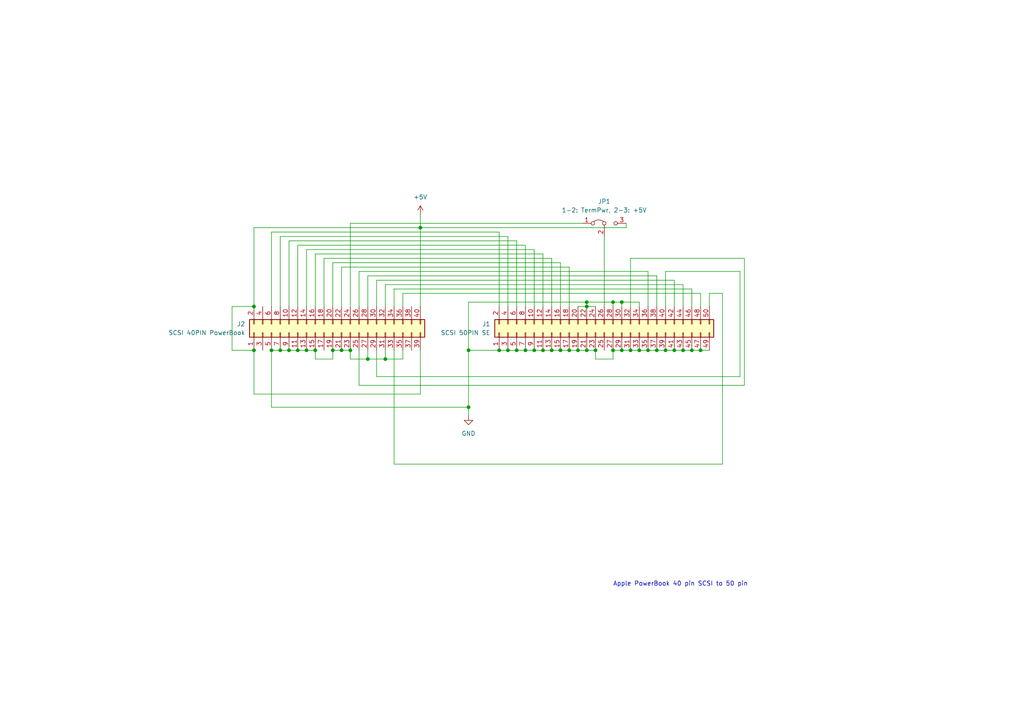
<source format=kicad_sch>
(kicad_sch (version 20230121) (generator eeschema)
  (paper "A4")
  (lib_symbols
    (symbol "Connector_Generic:Conn_02x20_Odd_Even" (pin_names (offset 1.016) hide)
      (property "Reference" "J" (at 1.27 25.4 0))
      (property "Value" "Conn_02x20_Odd_Even" (at 1.27 -27.94 0))
      (symbol "Conn_02x20_Odd_Even_1_1"
        (rectangle (start -1.27 -25.273) (end 0 -25.527) (stroke (width 0.1524)))
        (rectangle (start -1.27 -22.733) (end 0 -22.987) (stroke (width 0.1524)))
        (rectangle (start -1.27 -20.193) (end 0 -20.447) (stroke (width 0.1524)))
        (rectangle (start -1.27 -17.653) (end 0 -17.907) (stroke (width 0.1524)))
        (rectangle (start -1.27 -15.113) (end 0 -15.367) (stroke (width 0.1524)))
        (rectangle (start -1.27 -12.573) (end 0 -12.827) (stroke (width 0.1524)))
        (rectangle (start -1.27 -10.033) (end 0 -10.287) (stroke (width 0.1524)))
        (rectangle (start -1.27 -7.493) (end 0 -7.747) (stroke (width 0.1524)))
        (rectangle (start -1.27 -4.953) (end 0 -5.207) (stroke (width 0.1524)))
        (rectangle (start -1.27 -2.413) (end 0 -2.667) (stroke (width 0.1524)))
        (rectangle (start -1.27 0.127) (end 0 -0.127) (stroke (width 0.1524)))
        (rectangle (start -1.27 2.667) (end 0 2.413) (stroke (width 0.1524)))
        (rectangle (start -1.27 5.207) (end 0 4.953) (stroke (width 0.1524)))
        (rectangle (start -1.27 7.747) (end 0 7.493) (stroke (width 0.1524)))
        (rectangle (start -1.27 10.287) (end 0 10.033) (stroke (width 0.1524)))
        (rectangle (start -1.27 12.827) (end 0 12.573) (stroke (width 0.1524)))
        (rectangle (start -1.27 15.367) (end 0 15.113) (stroke (width 0.1524)))
        (rectangle (start -1.27 17.907) (end 0 17.653) (stroke (width 0.1524)))
        (rectangle (start -1.27 20.447) (end 0 20.193) (stroke (width 0.1524)))
        (rectangle (start -1.27 22.987) (end 0 22.733) (stroke (width 0.1524)))
        (rectangle (start -1.27 24.13) (end 3.81 -26.67) (stroke (width 0.254)) (fill (type background)))
        (rectangle (start 3.81 -25.273) (end 2.54 -25.527) (stroke (width 0.1524)))
        (rectangle (start 3.81 -22.733) (end 2.54 -22.987) (stroke (width 0.1524)))
        (rectangle (start 3.81 -20.193) (end 2.54 -20.447) (stroke (width 0.1524)))
        (rectangle (start 3.81 -17.653) (end 2.54 -17.907) (stroke (width 0.1524)))
        (rectangle (start 3.81 -15.113) (end 2.54 -15.367) (stroke (width 0.1524)))
        (rectangle (start 3.81 -12.573) (end 2.54 -12.827) (stroke (width 0.1524)))
        (rectangle (start 3.81 -10.033) (end 2.54 -10.287) (stroke (width 0.1524)))
        (rectangle (start 3.81 -7.493) (end 2.54 -7.747) (stroke (width 0.1524)))
        (rectangle (start 3.81 -4.953) (end 2.54 -5.207) (stroke (width 0.1524)))
        (rectangle (start 3.81 -2.413) (end 2.54 -2.667) (stroke (width 0.1524)))
        (rectangle (start 3.81 0.127) (end 2.54 -0.127) (stroke (width 0.1524)))
        (rectangle (start 3.81 2.667) (end 2.54 2.413) (stroke (width 0.1524)))
        (rectangle (start 3.81 5.207) (end 2.54 4.953) (stroke (width 0.1524)))
        (rectangle (start 3.81 7.747) (end 2.54 7.493) (stroke (width 0.1524)))
        (rectangle (start 3.81 10.287) (end 2.54 10.033) (stroke (width 0.1524)))
        (rectangle (start 3.81 12.827) (end 2.54 12.573) (stroke (width 0.1524)))
        (rectangle (start 3.81 15.367) (end 2.54 15.113) (stroke (width 0.1524)))
        (rectangle (start 3.81 17.907) (end 2.54 17.653) (stroke (width 0.1524)))
        (rectangle (start 3.81 20.447) (end 2.54 20.193) (stroke (width 0.1524)))
        (rectangle (start 3.81 22.987) (end 2.54 22.733) (stroke (width 0.1524)))
        (pin passive line (at -5.08 22.86 0) (length 3.81) (name "Pin_1") (number "1"))
        (pin passive line (at 7.62 12.7 180) (length 3.81) (name "Pin_10") (number "10"))
        (pin passive line (at -5.08 10.16 0) (length 3.81) (name "Pin_11") (number "11"))
        (pin passive line (at 7.62 10.16 180) (length 3.81) (name "Pin_12") (number "12"))
        (pin passive line (at -5.08 7.62 0) (length 3.81) (name "Pin_13") (number "13"))
        (pin passive line (at 7.62 7.62 180) (length 3.81) (name "Pin_14") (number "14"))
        (pin passive line (at -5.08 5.08 0) (length 3.81) (name "Pin_15") (number "15"))
        (pin passive line (at 7.62 5.08 180) (length 3.81) (name "Pin_16") (number "16"))
        (pin passive line (at -5.08 2.54 0) (length 3.81) (name "Pin_17") (number "17"))
        (pin passive line (at 7.62 2.54 180) (length 3.81) (name "Pin_18") (number "18"))
        (pin passive line (at -5.08 0 0) (length 3.81) (name "Pin_19") (number "19"))
        (pin passive line (at 7.62 22.86 180) (length 3.81) (name "Pin_2") (number "2"))
        (pin passive line (at 7.62 0 180) (length 3.81) (name "Pin_20") (number "20"))
        (pin passive line (at -5.08 -2.54 0) (length 3.81) (name "Pin_21") (number "21"))
        (pin passive line (at 7.62 -2.54 180) (length 3.81) (name "Pin_22") (number "22"))
        (pin passive line (at -5.08 -5.08 0) (length 3.81) (name "Pin_23") (number "23"))
        (pin passive line (at 7.62 -5.08 180) (length 3.81) (name "Pin_24") (number "24"))
        (pin passive line (at -5.08 -7.62 0) (length 3.81) (name "Pin_25") (number "25"))
        (pin passive line (at 7.62 -7.62 180) (length 3.81) (name "Pin_26") (number "26"))
        (pin passive line (at -5.08 -10.16 0) (length 3.81) (name "Pin_27") (number "27"))
        (pin passive line (at 7.62 -10.16 180) (length 3.81) (name "Pin_28") (number "28"))
        (pin passive line (at -5.08 -12.7 0) (length 3.81) (name "Pin_29") (number "29"))
        (pin passive line (at -5.08 20.32 0) (length 3.81) (name "Pin_3") (number "3"))
        (pin passive line (at 7.62 -12.7 180) (length 3.81) (name "Pin_30") (number "30"))
        (pin passive line (at -5.08 -15.24 0) (length 3.81) (name "Pin_31") (number "31"))
        (pin passive line (at 7.62 -15.24 180) (length 3.81) (name "Pin_32") (number "32"))
        (pin passive line (at -5.08 -17.78 0) (length 3.81) (name "Pin_33") (number "33"))
        (pin passive line (at 7.62 -17.78 180) (length 3.81) (name "Pin_34") (number "34"))
        (pin passive line (at -5.08 -20.32 0) (length 3.81) (name "Pin_35") (number "35"))
        (pin passive line (at 7.62 -20.32 180) (length 3.81) (name "Pin_36") (number "36"))
        (pin passive line (at -5.08 -22.86 0) (length 3.81) (name "Pin_37") (number "37"))
        (pin passive line (at 7.62 -22.86 180) (length 3.81) (name "Pin_38") (number "38"))
        (pin passive line (at -5.08 -25.4 0) (length 3.81) (name "Pin_39") (number "39"))
        (pin passive line (at 7.62 20.32 180) (length 3.81) (name "Pin_4") (number "4"))
        (pin passive line (at 7.62 -25.4 180) (length 3.81) (name "Pin_40") (number "40"))
        (pin passive line (at -5.08 17.78 0) (length 3.81) (name "Pin_5") (number "5"))
        (pin passive line (at 7.62 17.78 180) (length 3.81) (name "Pin_6") (number "6"))
        (pin passive line (at -5.08 15.24 0) (length 3.81) (name "Pin_7") (number "7"))
        (pin passive line (at 7.62 15.24 180) (length 3.81) (name "Pin_8") (number "8"))
        (pin passive line (at -5.08 12.7 0) (length 3.81) (name "Pin_9") (number "9"))
      )
    )
    (symbol "Connector_Generic:Conn_02x25_Odd_Even" (pin_names (offset 1.016) hide)
      (property "Reference" "J" (at 1.27 33.02 0))
      (property "Value" "Conn_02x25_Odd_Even" (at 1.27 -33.02 0))
      (symbol "Conn_02x25_Odd_Even_1_1"
        (rectangle (start -1.27 -30.353) (end 0 -30.607) (stroke (width 0.1524)))
        (rectangle (start -1.27 -27.813) (end 0 -28.067) (stroke (width 0.1524)))
        (rectangle (start -1.27 -25.273) (end 0 -25.527) (stroke (width 0.1524)))
        (rectangle (start -1.27 -22.733) (end 0 -22.987) (stroke (width 0.1524)))
        (rectangle (start -1.27 -20.193) (end 0 -20.447) (stroke (width 0.1524)))
        (rectangle (start -1.27 -17.653) (end 0 -17.907) (stroke (width 0.1524)))
        (rectangle (start -1.27 -15.113) (end 0 -15.367) (stroke (width 0.1524)))
        (rectangle (start -1.27 -12.573) (end 0 -12.827) (stroke (width 0.1524)))
        (rectangle (start -1.27 -10.033) (end 0 -10.287) (stroke (width 0.1524)))
        (rectangle (start -1.27 -7.493) (end 0 -7.747) (stroke (width 0.1524)))
        (rectangle (start -1.27 -4.953) (end 0 -5.207) (stroke (width 0.1524)))
        (rectangle (start -1.27 -2.413) (end 0 -2.667) (stroke (width 0.1524)))
        (rectangle (start -1.27 0.127) (end 0 -0.127) (stroke (width 0.1524)))
        (rectangle (start -1.27 2.667) (end 0 2.413) (stroke (width 0.1524)))
        (rectangle (start -1.27 5.207) (end 0 4.953) (stroke (width 0.1524)))
        (rectangle (start -1.27 7.747) (end 0 7.493) (stroke (width 0.1524)))
        (rectangle (start -1.27 10.287) (end 0 10.033) (stroke (width 0.1524)))
        (rectangle (start -1.27 12.827) (end 0 12.573) (stroke (width 0.1524)))
        (rectangle (start -1.27 15.367) (end 0 15.113) (stroke (width 0.1524)))
        (rectangle (start -1.27 17.907) (end 0 17.653) (stroke (width 0.1524)))
        (rectangle (start -1.27 20.447) (end 0 20.193) (stroke (width 0.1524)))
        (rectangle (start -1.27 22.987) (end 0 22.733) (stroke (width 0.1524)))
        (rectangle (start -1.27 25.527) (end 0 25.273) (stroke (width 0.1524)))
        (rectangle (start -1.27 28.067) (end 0 27.813) (stroke (width 0.1524)))
        (rectangle (start -1.27 30.607) (end 0 30.353) (stroke (width 0.1524)))
        (rectangle (start -1.27 31.75) (end 3.81 -31.75) (stroke (width 0.254)) (fill (type background)))
        (rectangle (start 3.81 -30.353) (end 2.54 -30.607) (stroke (width 0.1524)))
        (rectangle (start 3.81 -27.813) (end 2.54 -28.067) (stroke (width 0.1524)))
        (rectangle (start 3.81 -25.273) (end 2.54 -25.527) (stroke (width 0.1524)))
        (rectangle (start 3.81 -22.733) (end 2.54 -22.987) (stroke (width 0.1524)))
        (rectangle (start 3.81 -20.193) (end 2.54 -20.447) (stroke (width 0.1524)))
        (rectangle (start 3.81 -17.653) (end 2.54 -17.907) (stroke (width 0.1524)))
        (rectangle (start 3.81 -15.113) (end 2.54 -15.367) (stroke (width 0.1524)))
        (rectangle (start 3.81 -12.573) (end 2.54 -12.827) (stroke (width 0.1524)))
        (rectangle (start 3.81 -10.033) (end 2.54 -10.287) (stroke (width 0.1524)))
        (rectangle (start 3.81 -7.493) (end 2.54 -7.747) (stroke (width 0.1524)))
        (rectangle (start 3.81 -4.953) (end 2.54 -5.207) (stroke (width 0.1524)))
        (rectangle (start 3.81 -2.413) (end 2.54 -2.667) (stroke (width 0.1524)))
        (rectangle (start 3.81 0.127) (end 2.54 -0.127) (stroke (width 0.1524)))
        (rectangle (start 3.81 2.667) (end 2.54 2.413) (stroke (width 0.1524)))
        (rectangle (start 3.81 5.207) (end 2.54 4.953) (stroke (width 0.1524)))
        (rectangle (start 3.81 7.747) (end 2.54 7.493) (stroke (width 0.1524)))
        (rectangle (start 3.81 10.287) (end 2.54 10.033) (stroke (width 0.1524)))
        (rectangle (start 3.81 12.827) (end 2.54 12.573) (stroke (width 0.1524)))
        (rectangle (start 3.81 15.367) (end 2.54 15.113) (stroke (width 0.1524)))
        (rectangle (start 3.81 17.907) (end 2.54 17.653) (stroke (width 0.1524)))
        (rectangle (start 3.81 20.447) (end 2.54 20.193) (stroke (width 0.1524)))
        (rectangle (start 3.81 22.987) (end 2.54 22.733) (stroke (width 0.1524)))
        (rectangle (start 3.81 25.527) (end 2.54 25.273) (stroke (width 0.1524)))
        (rectangle (start 3.81 28.067) (end 2.54 27.813) (stroke (width 0.1524)))
        (rectangle (start 3.81 30.607) (end 2.54 30.353) (stroke (width 0.1524)))
        (pin passive line (at -5.08 30.48 0) (length 3.81) (name "Pin_1") (number "1"))
        (pin passive line (at 7.62 20.32 180) (length 3.81) (name "Pin_10") (number "10"))
        (pin passive line (at -5.08 17.78 0) (length 3.81) (name "Pin_11") (number "11"))
        (pin passive line (at 7.62 17.78 180) (length 3.81) (name "Pin_12") (number "12"))
        (pin passive line (at -5.08 15.24 0) (length 3.81) (name "Pin_13") (number "13"))
        (pin passive line (at 7.62 15.24 180) (length 3.81) (name "Pin_14") (number "14"))
        (pin passive line (at -5.08 12.7 0) (length 3.81) (name "Pin_15") (number "15"))
        (pin passive line (at 7.62 12.7 180) (length 3.81) (name "Pin_16") (number "16"))
        (pin passive line (at -5.08 10.16 0) (length 3.81) (name "Pin_17") (number "17"))
        (pin passive line (at 7.62 10.16 180) (length 3.81) (name "Pin_18") (number "18"))
        (pin passive line (at -5.08 7.62 0) (length 3.81) (name "Pin_19") (number "19"))
        (pin passive line (at 7.62 30.48 180) (length 3.81) (name "Pin_2") (number "2"))
        (pin passive line (at 7.62 7.62 180) (length 3.81) (name "Pin_20") (number "20"))
        (pin passive line (at -5.08 5.08 0) (length 3.81) (name "Pin_21") (number "21"))
        (pin passive line (at 7.62 5.08 180) (length 3.81) (name "Pin_22") (number "22"))
        (pin passive line (at -5.08 2.54 0) (length 3.81) (name "Pin_23") (number "23"))
        (pin passive line (at 7.62 2.54 180) (length 3.81) (name "Pin_24") (number "24"))
        (pin passive line (at -5.08 0 0) (length 3.81) (name "Pin_25") (number "25"))
        (pin passive line (at 7.62 0 180) (length 3.81) (name "Pin_26") (number "26"))
        (pin passive line (at -5.08 -2.54 0) (length 3.81) (name "Pin_27") (number "27"))
        (pin passive line (at 7.62 -2.54 180) (length 3.81) (name "Pin_28") (number "28"))
        (pin passive line (at -5.08 -5.08 0) (length 3.81) (name "Pin_29") (number "29"))
        (pin passive line (at -5.08 27.94 0) (length 3.81) (name "Pin_3") (number "3"))
        (pin passive line (at 7.62 -5.08 180) (length 3.81) (name "Pin_30") (number "30"))
        (pin passive line (at -5.08 -7.62 0) (length 3.81) (name "Pin_31") (number "31"))
        (pin passive line (at 7.62 -7.62 180) (length 3.81) (name "Pin_32") (number "32"))
        (pin passive line (at -5.08 -10.16 0) (length 3.81) (name "Pin_33") (number "33"))
        (pin passive line (at 7.62 -10.16 180) (length 3.81) (name "Pin_34") (number "34"))
        (pin passive line (at -5.08 -12.7 0) (length 3.81) (name "Pin_35") (number "35"))
        (pin passive line (at 7.62 -12.7 180) (length 3.81) (name "Pin_36") (number "36"))
        (pin passive line (at -5.08 -15.24 0) (length 3.81) (name "Pin_37") (number "37"))
        (pin passive line (at 7.62 -15.24 180) (length 3.81) (name "Pin_38") (number "38"))
        (pin passive line (at -5.08 -17.78 0) (length 3.81) (name "Pin_39") (number "39"))
        (pin passive line (at 7.62 27.94 180) (length 3.81) (name "Pin_4") (number "4"))
        (pin passive line (at 7.62 -17.78 180) (length 3.81) (name "Pin_40") (number "40"))
        (pin passive line (at -5.08 -20.32 0) (length 3.81) (name "Pin_41") (number "41"))
        (pin passive line (at 7.62 -20.32 180) (length 3.81) (name "Pin_42") (number "42"))
        (pin passive line (at -5.08 -22.86 0) (length 3.81) (name "Pin_43") (number "43"))
        (pin passive line (at 7.62 -22.86 180) (length 3.81) (name "Pin_44") (number "44"))
        (pin passive line (at -5.08 -25.4 0) (length 3.81) (name "Pin_45") (number "45"))
        (pin passive line (at 7.62 -25.4 180) (length 3.81) (name "Pin_46") (number "46"))
        (pin passive line (at -5.08 -27.94 0) (length 3.81) (name "Pin_47") (number "47"))
        (pin passive line (at 7.62 -27.94 180) (length 3.81) (name "Pin_48") (number "48"))
        (pin passive line (at -5.08 -30.48 0) (length 3.81) (name "Pin_49") (number "49"))
        (pin passive line (at -5.08 25.4 0) (length 3.81) (name "Pin_5") (number "5"))
        (pin passive line (at 7.62 -30.48 180) (length 3.81) (name "Pin_50") (number "50"))
        (pin passive line (at 7.62 25.4 180) (length 3.81) (name "Pin_6") (number "6"))
        (pin passive line (at -5.08 22.86 0) (length 3.81) (name "Pin_7") (number "7"))
        (pin passive line (at 7.62 22.86 180) (length 3.81) (name "Pin_8") (number "8"))
        (pin passive line (at -5.08 20.32 0) (length 3.81) (name "Pin_9") (number "9"))
      )
    )
    (symbol "Jumper:Jumper_3_Bridged12" (pin_names (offset 0) hide)
      (property "Reference" "JP" (at -2.54 -2.54 0))
      (property "Value" "Jumper_3_Bridged12" (at 0 2.794 0))
      (symbol "Jumper_3_Bridged12_0_0"
        (circle (center -3.302 0) (radius 0.508))
        (circle (center 0 0) (radius 0.508))
        (circle (center 3.302 0) (radius 0.508))
      )
      (symbol "Jumper_3_Bridged12_0_1"
        (arc (start -0.254 0.508) (mid -1.651 0.9912) (end -3.048 0.508))
        (polyline (pts (xy 0 -1.27) (xy 0 -0.508)))
      )
      (symbol "Jumper_3_Bridged12_1_1"
        (pin passive line (at -6.35 0 0) (length 2.54) (name "A") (number "1"))
        (pin passive line (at 0 -3.81 90) (length 2.54) (name "C") (number "2"))
        (pin passive line (at 6.35 0 180) (length 2.54) (name "B") (number "3"))
      )
    )
    (symbol "power:+5V" (power) (pin_names (offset 0))
      (property "Value" "+5V" (at 0 3.556 0))
      (symbol "+5V_0_1"
        (polyline (pts (xy -0.762 1.27) (xy 0 2.54)))
        (polyline (pts (xy 0 0) (xy 0 2.54)))
        (polyline (pts (xy 0 2.54) (xy 0.762 1.27)))
      )
      (symbol "+5V_1_1"
        (pin power_in line (at 0 0 90) (length 0) hide (name "+5V") (number "1"))
      )
    )
    (symbol "power:GND" (power) (pin_names (offset 0))
      (property "Value" "GND" (at 0 -3.81 0))
      (symbol "GND_0_1"
        (polyline (pts (xy 0 0) (xy 0 -1.27) (xy 1.27 -1.27) (xy 0 -2.54) (xy -1.27 -1.27) (xy 0 -1.27)))
      )
      (symbol "GND_1_1"
        (pin power_in line (at 0 0 270) (length 0) hide (name "GND") (number "1"))
      )
    )
  )
  (junction (at 154.94 101.6))
  (junction (at 73.66 101.6))
  (junction (at 170.18 101.6))
  (junction (at 190.5 101.6))
  (junction (at 182.88 101.6))
  (junction (at 160.02 101.6))
  (junction (at 111.76 104.14))
  (junction (at 152.4 101.6))
  (junction (at 86.36 101.6))
  (junction (at 157.48 101.6))
  (junction (at 144.78 101.6))
  (junction (at 106.68 104.14))
  (junction (at 73.66 88.9))
  (junction (at 200.66 101.6))
  (junction (at 177.8 87.63))
  (junction (at 147.32 101.6))
  (junction (at 96.52 101.6))
  (junction (at 187.96 101.6))
  (junction (at 180.34 101.6))
  (junction (at 180.34 87.63))
  (junction (at 135.89 101.6))
  (junction (at 167.64 101.6))
  (junction (at 135.89 118.11))
  (junction (at 99.06 101.6))
  (junction (at 121.92 66.04))
  (junction (at 198.12 101.6))
  (junction (at 83.82 101.6))
  (junction (at 91.44 101.6))
  (junction (at 162.56 101.6))
  (junction (at 195.58 101.6))
  (junction (at 177.8 101.6))
  (junction (at 165.1 101.6))
  (junction (at 101.6 101.6))
  (junction (at 170.18 88.9))
  (junction (at 81.28 101.6))
  (junction (at 78.74 101.6))
  (junction (at 193.04 101.6))
  (junction (at 172.72 101.6))
  (junction (at 149.86 101.6))
  (junction (at 185.42 101.6))
  (junction (at 203.2 101.6))
  (junction (at 170.18 87.63))
  (junction (at 88.9 101.6))
  (wire (pts (xy 167.64 88.9) (xy 170.18 88.9)))
  (wire (pts (xy 116.84 85.09) (xy 203.2 85.09)))
  (wire (pts (xy 190.5 101.6) (xy 187.96 101.6)))
  (wire (pts (xy 78.74 88.9) (xy 78.74 67.31)))
  (wire (pts (xy 147.32 68.58) (xy 147.32 88.9)))
  (wire (pts (xy 93.98 74.93) (xy 160.02 74.93)))
  (wire (pts (xy 135.89 118.11) (xy 135.89 120.65)))
  (wire (pts (xy 67.31 88.9) (xy 73.66 88.9)))
  (wire (pts (xy 101.6 101.6) (xy 101.6 104.14)))
  (wire (pts (xy 86.36 88.9) (xy 86.36 71.12)))
  (wire (pts (xy 114.3 83.82) (xy 200.66 83.82)))
  (wire (pts (xy 198.12 101.6) (xy 195.58 101.6)))
  (wire (pts (xy 147.32 101.6) (xy 144.78 101.6)))
  (wire (pts (xy 91.44 88.9) (xy 91.44 73.66)))
  (wire (pts (xy 88.9 101.6) (xy 91.44 101.6)))
  (wire (pts (xy 96.52 88.9) (xy 96.52 76.2)))
  (wire (pts (xy 165.1 101.6) (xy 162.56 101.6)))
  (wire (pts (xy 149.86 69.85) (xy 149.86 88.9)))
  (wire (pts (xy 180.34 87.63) (xy 180.34 88.9)))
  (wire (pts (xy 149.86 101.6) (xy 147.32 101.6)))
  (wire (pts (xy 116.84 101.6) (xy 116.84 104.14)))
  (wire (pts (xy 135.89 118.11) (xy 78.74 118.11)))
  (wire (pts (xy 114.3 88.9) (xy 114.3 83.82)))
  (wire (pts (xy 88.9 88.9) (xy 88.9 72.39)))
  (wire (pts (xy 135.89 101.6) (xy 135.89 118.11)))
  (wire (pts (xy 109.22 109.22) (xy 109.22 101.6)))
  (wire (pts (xy 181.61 64.77) (xy 181.61 66.04)))
  (wire (pts (xy 93.98 88.9) (xy 93.98 74.93)))
  (wire (pts (xy 167.64 101.6) (xy 165.1 101.6)))
  (wire (pts (xy 177.8 87.63) (xy 177.8 88.9)))
  (wire (pts (xy 99.06 88.9) (xy 99.06 77.47)))
  (wire (pts (xy 96.52 76.2) (xy 162.56 76.2)))
  (wire (pts (xy 214.63 78.74) (xy 214.63 109.22)))
  (wire (pts (xy 170.18 87.63) (xy 170.18 88.9)))
  (wire (pts (xy 78.74 118.11) (xy 78.74 101.6)))
  (wire (pts (xy 109.22 88.9) (xy 109.22 81.28)))
  (wire (pts (xy 177.8 104.14) (xy 172.72 104.14)))
  (wire (pts (xy 81.28 88.9) (xy 81.28 68.58)))
  (wire (pts (xy 203.2 101.6) (xy 200.66 101.6)))
  (wire (pts (xy 91.44 73.66) (xy 157.48 73.66)))
  (wire (pts (xy 209.55 85.09) (xy 205.74 85.09)))
  (wire (pts (xy 215.9 111.76) (xy 215.9 74.93)))
  (wire (pts (xy 78.74 101.6) (xy 81.28 101.6)))
  (wire (pts (xy 193.04 101.6) (xy 190.5 101.6)))
  (wire (pts (xy 177.8 101.6) (xy 177.8 104.14)))
  (wire (pts (xy 135.89 101.6) (xy 135.89 87.63)))
  (wire (pts (xy 101.6 88.9) (xy 101.6 64.77)))
  (wire (pts (xy 81.28 68.58) (xy 147.32 68.58)))
  (wire (pts (xy 91.44 104.14) (xy 96.52 104.14)))
  (wire (pts (xy 91.44 101.6) (xy 91.44 104.14)))
  (wire (pts (xy 198.12 82.55) (xy 198.12 88.9)))
  (wire (pts (xy 96.52 101.6) (xy 99.06 101.6)))
  (wire (pts (xy 205.74 101.6) (xy 203.2 101.6)))
  (wire (pts (xy 182.88 101.6) (xy 180.34 101.6)))
  (wire (pts (xy 99.06 77.47) (xy 165.1 77.47)))
  (wire (pts (xy 193.04 88.9) (xy 193.04 78.74)))
  (wire (pts (xy 152.4 71.12) (xy 152.4 88.9)))
  (wire (pts (xy 73.66 101.6) (xy 67.31 101.6)))
  (wire (pts (xy 157.48 101.6) (xy 154.94 101.6)))
  (wire (pts (xy 101.6 64.77) (xy 168.91 64.77)))
  (wire (pts (xy 73.66 101.6) (xy 73.66 114.3)))
  (wire (pts (xy 205.74 85.09) (xy 205.74 88.9)))
  (wire (pts (xy 144.78 67.31) (xy 144.78 88.9)))
  (wire (pts (xy 172.72 101.6) (xy 170.18 101.6)))
  (wire (pts (xy 165.1 77.47) (xy 165.1 88.9)))
  (wire (pts (xy 152.4 101.6) (xy 149.86 101.6)))
  (wire (pts (xy 111.76 104.14) (xy 116.84 104.14)))
  (wire (pts (xy 214.63 109.22) (xy 109.22 109.22)))
  (wire (pts (xy 73.66 88.9) (xy 73.66 66.04)))
  (wire (pts (xy 106.68 88.9) (xy 106.68 80.01)))
  (wire (pts (xy 99.06 101.6) (xy 101.6 101.6)))
  (wire (pts (xy 160.02 101.6) (xy 157.48 101.6)))
  (wire (pts (xy 106.68 101.6) (xy 106.68 104.14)))
  (wire (pts (xy 86.36 71.12) (xy 152.4 71.12)))
  (wire (pts (xy 162.56 76.2) (xy 162.56 88.9)))
  (wire (pts (xy 111.76 88.9) (xy 111.76 82.55)))
  (wire (pts (xy 111.76 82.55) (xy 198.12 82.55)))
  (wire (pts (xy 200.66 101.6) (xy 198.12 101.6)))
  (wire (pts (xy 177.8 101.6) (xy 180.34 101.6)))
  (wire (pts (xy 195.58 101.6) (xy 193.04 101.6)))
  (wire (pts (xy 157.48 73.66) (xy 157.48 88.9)))
  (wire (pts (xy 96.52 101.6) (xy 96.52 104.14)))
  (wire (pts (xy 81.28 101.6) (xy 83.82 101.6)))
  (wire (pts (xy 106.68 104.14) (xy 101.6 104.14)))
  (wire (pts (xy 88.9 72.39) (xy 154.94 72.39)))
  (wire (pts (xy 104.14 78.74) (xy 187.96 78.74)))
  (wire (pts (xy 154.94 72.39) (xy 154.94 88.9)))
  (wire (pts (xy 209.55 134.62) (xy 209.55 85.09)))
  (wire (pts (xy 67.31 101.6) (xy 67.31 88.9)))
  (wire (pts (xy 190.5 80.01) (xy 190.5 88.9)))
  (wire (pts (xy 203.2 85.09) (xy 203.2 88.9)))
  (wire (pts (xy 170.18 101.6) (xy 167.64 101.6)))
  (wire (pts (xy 187.96 78.74) (xy 187.96 88.9)))
  (wire (pts (xy 144.78 101.6) (xy 135.89 101.6)))
  (wire (pts (xy 162.56 101.6) (xy 160.02 101.6)))
  (wire (pts (xy 185.42 101.6) (xy 182.88 101.6)))
  (wire (pts (xy 104.14 88.9) (xy 104.14 78.74)))
  (wire (pts (xy 182.88 74.93) (xy 182.88 88.9)))
  (wire (pts (xy 121.92 66.04) (xy 121.92 88.9)))
  (wire (pts (xy 116.84 88.9) (xy 116.84 85.09)))
  (wire (pts (xy 187.96 101.6) (xy 185.42 101.6)))
  (wire (pts (xy 160.02 74.93) (xy 160.02 88.9)))
  (wire (pts (xy 200.66 83.82) (xy 200.66 88.9)))
  (wire (pts (xy 83.82 69.85) (xy 149.86 69.85)))
  (wire (pts (xy 180.34 87.63) (xy 177.8 87.63)))
  (wire (pts (xy 114.3 101.6) (xy 114.3 134.62)))
  (wire (pts (xy 172.72 104.14) (xy 172.72 101.6)))
  (wire (pts (xy 109.22 81.28) (xy 195.58 81.28)))
  (wire (pts (xy 104.14 101.6) (xy 104.14 111.76)))
  (wire (pts (xy 215.9 74.93) (xy 182.88 74.93)))
  (wire (pts (xy 73.66 66.04) (xy 121.92 66.04)))
  (wire (pts (xy 106.68 104.14) (xy 111.76 104.14)))
  (wire (pts (xy 185.42 87.63) (xy 180.34 87.63)))
  (wire (pts (xy 104.14 111.76) (xy 215.9 111.76)))
  (wire (pts (xy 181.61 66.04) (xy 121.92 66.04)))
  (wire (pts (xy 83.82 88.9) (xy 83.82 69.85)))
  (wire (pts (xy 111.76 101.6) (xy 111.76 104.14)))
  (wire (pts (xy 154.94 101.6) (xy 152.4 101.6)))
  (wire (pts (xy 170.18 88.9) (xy 172.72 88.9)))
  (wire (pts (xy 86.36 101.6) (xy 88.9 101.6)))
  (wire (pts (xy 185.42 88.9) (xy 185.42 87.63)))
  (wire (pts (xy 195.58 81.28) (xy 195.58 88.9)))
  (wire (pts (xy 175.26 88.9) (xy 175.26 68.58)))
  (wire (pts (xy 73.66 114.3) (xy 121.92 114.3)))
  (wire (pts (xy 177.8 87.63) (xy 170.18 87.63)))
  (wire (pts (xy 106.68 80.01) (xy 190.5 80.01)))
  (wire (pts (xy 121.92 62.23) (xy 121.92 66.04)))
  (wire (pts (xy 83.82 101.6) (xy 86.36 101.6)))
  (wire (pts (xy 78.74 67.31) (xy 144.78 67.31)))
  (wire (pts (xy 193.04 78.74) (xy 214.63 78.74)))
  (wire (pts (xy 135.89 87.63) (xy 170.18 87.63)))
  (wire (pts (xy 121.92 114.3) (xy 121.92 101.6)))
  (wire (pts (xy 114.3 134.62) (xy 209.55 134.62)))
  (text "Apple PowerBook 40 pin SCSI to 50 pin" (at 177.8 170.18 0) (effects (font (size 1.27 1.27)) (justify left bottom)))
  (symbol (lib_id "power:+5V") (at 121.92 62.23 0) (unit 1)
    (property "Reference" "#PWR02" (effects hide))
    (property "Value" "+5V" (at 121.92 57.15 0))
  )
  (symbol (lib_id "Connector_Generic:Conn_02x25_Odd_Even") (at 175.26 96.52 90) (unit 1)
    (property "Reference" "J1" (at 142.24 93.98 90) (effects (justify left)))
    (property "Value" "SCSI 50PIN SE" (at 142.24 96.52 90) (effects (justify left)))
    (property "Footprint" "Connector_IDC:IDC-Header_2x25_P2.54mm_Horizontal" (effects hide))
  )
  (symbol (lib_id "Connector_Generic:Conn_02x20_Odd_Even") (at 96.52 96.52 90) (unit 1)
    (property "Reference" "J2" (at 71.12 93.98 90) (effects (justify left)))
    (property "Value" "SCSI 40PIN PowerBook" (at 71.12 96.52 90) (effects (justify left)))
    (property "Footprint" "Connector_PinHeader_2.00mm:PinHeader_2x20_P2.00mm_Horizontal" (effects hide))
  )
  (symbol (lib_id "power:GND") (at 135.89 120.65 0) (unit 1)
    (property "Reference" "#PWR01" (effects hide))
    (property "Value" "GND" (at 135.89 125.73 0))
  )
  (symbol (lib_id "Jumper:Jumper_3_Bridged12") (at 175.26 64.77 0) (unit 1)
    (property "Reference" "JP1" (at 175.26 58.42 0))
    (property "Value" "1-2: TermPwr, 2-3: +5V" (at 175.26 60.96 0))
    (property "Footprint" "Connector_PinHeader_2.54mm:PinHeader_1x03_P2.54mm_Vertical" (effects hide))
  )
)
</source>
